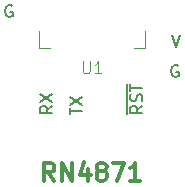
<source format=gto>
G04 #@! TF.GenerationSoftware,KiCad,Pcbnew,8.0.1*
G04 #@! TF.CreationDate,2024-08-02T19:33:06+01:00*
G04 #@! TF.ProjectId,rn4871_interposer,726e3438-3731-45f6-996e-746572706f73,rev?*
G04 #@! TF.SameCoordinates,Original*
G04 #@! TF.FileFunction,Legend,Top*
G04 #@! TF.FilePolarity,Positive*
%FSLAX46Y46*%
G04 Gerber Fmt 4.6, Leading zero omitted, Abs format (unit mm)*
G04 Created by KiCad (PCBNEW 8.0.1) date 2024-08-02 19:33:06*
%MOMM*%
%LPD*%
G01*
G04 APERTURE LIST*
%ADD10C,0.127000*%
%ADD11C,0.300000*%
%ADD12C,0.100000*%
%ADD13R,1.500000X0.700000*%
%ADD14R,0.700000X1.500000*%
%ADD15C,1.700000*%
%ADD16O,1.700000X1.700000*%
%ADD17R,1.700000X1.700000*%
G04 APERTURE END LIST*
D10*
X149053416Y-94343971D02*
X148569607Y-94682638D01*
X149053416Y-94924543D02*
X148037416Y-94924543D01*
X148037416Y-94924543D02*
X148037416Y-94537495D01*
X148037416Y-94537495D02*
X148085797Y-94440733D01*
X148085797Y-94440733D02*
X148134178Y-94392352D01*
X148134178Y-94392352D02*
X148230940Y-94343971D01*
X148230940Y-94343971D02*
X148376083Y-94343971D01*
X148376083Y-94343971D02*
X148472845Y-94392352D01*
X148472845Y-94392352D02*
X148521226Y-94440733D01*
X148521226Y-94440733D02*
X148569607Y-94537495D01*
X148569607Y-94537495D02*
X148569607Y-94924543D01*
X149005036Y-93956924D02*
X149053416Y-93811781D01*
X149053416Y-93811781D02*
X149053416Y-93569876D01*
X149053416Y-93569876D02*
X149005036Y-93473114D01*
X149005036Y-93473114D02*
X148956655Y-93424733D01*
X148956655Y-93424733D02*
X148859893Y-93376352D01*
X148859893Y-93376352D02*
X148763131Y-93376352D01*
X148763131Y-93376352D02*
X148666369Y-93424733D01*
X148666369Y-93424733D02*
X148617988Y-93473114D01*
X148617988Y-93473114D02*
X148569607Y-93569876D01*
X148569607Y-93569876D02*
X148521226Y-93763400D01*
X148521226Y-93763400D02*
X148472845Y-93860162D01*
X148472845Y-93860162D02*
X148424464Y-93908543D01*
X148424464Y-93908543D02*
X148327702Y-93956924D01*
X148327702Y-93956924D02*
X148230940Y-93956924D01*
X148230940Y-93956924D02*
X148134178Y-93908543D01*
X148134178Y-93908543D02*
X148085797Y-93860162D01*
X148085797Y-93860162D02*
X148037416Y-93763400D01*
X148037416Y-93763400D02*
X148037416Y-93521495D01*
X148037416Y-93521495D02*
X148085797Y-93376352D01*
X148037416Y-93086067D02*
X148037416Y-92505495D01*
X149053416Y-92795781D02*
X148037416Y-92795781D01*
X147755356Y-95064848D02*
X147755356Y-92510334D01*
X151542352Y-88347416D02*
X151881019Y-89363416D01*
X151881019Y-89363416D02*
X152219686Y-88347416D01*
X152074543Y-90935797D02*
X151977781Y-90887416D01*
X151977781Y-90887416D02*
X151832638Y-90887416D01*
X151832638Y-90887416D02*
X151687495Y-90935797D01*
X151687495Y-90935797D02*
X151590733Y-91032559D01*
X151590733Y-91032559D02*
X151542352Y-91129321D01*
X151542352Y-91129321D02*
X151493971Y-91322845D01*
X151493971Y-91322845D02*
X151493971Y-91467988D01*
X151493971Y-91467988D02*
X151542352Y-91661512D01*
X151542352Y-91661512D02*
X151590733Y-91758274D01*
X151590733Y-91758274D02*
X151687495Y-91855036D01*
X151687495Y-91855036D02*
X151832638Y-91903416D01*
X151832638Y-91903416D02*
X151929400Y-91903416D01*
X151929400Y-91903416D02*
X152074543Y-91855036D01*
X152074543Y-91855036D02*
X152122924Y-91806655D01*
X152122924Y-91806655D02*
X152122924Y-91467988D01*
X152122924Y-91467988D02*
X151929400Y-91467988D01*
X142957416Y-95069686D02*
X142957416Y-94489114D01*
X143973416Y-94779400D02*
X142957416Y-94779400D01*
X142957416Y-94247210D02*
X143973416Y-93569876D01*
X142957416Y-93569876D02*
X143973416Y-94247210D01*
X141433416Y-94343971D02*
X140949607Y-94682638D01*
X141433416Y-94924543D02*
X140417416Y-94924543D01*
X140417416Y-94924543D02*
X140417416Y-94537495D01*
X140417416Y-94537495D02*
X140465797Y-94440733D01*
X140465797Y-94440733D02*
X140514178Y-94392352D01*
X140514178Y-94392352D02*
X140610940Y-94343971D01*
X140610940Y-94343971D02*
X140756083Y-94343971D01*
X140756083Y-94343971D02*
X140852845Y-94392352D01*
X140852845Y-94392352D02*
X140901226Y-94440733D01*
X140901226Y-94440733D02*
X140949607Y-94537495D01*
X140949607Y-94537495D02*
X140949607Y-94924543D01*
X140417416Y-94005305D02*
X141433416Y-93327971D01*
X140417416Y-93327971D02*
X141433416Y-94005305D01*
X138017647Y-85855797D02*
X137920885Y-85807416D01*
X137920885Y-85807416D02*
X137775742Y-85807416D01*
X137775742Y-85807416D02*
X137630599Y-85855797D01*
X137630599Y-85855797D02*
X137533837Y-85952559D01*
X137533837Y-85952559D02*
X137485456Y-86049321D01*
X137485456Y-86049321D02*
X137437075Y-86242845D01*
X137437075Y-86242845D02*
X137437075Y-86387988D01*
X137437075Y-86387988D02*
X137485456Y-86581512D01*
X137485456Y-86581512D02*
X137533837Y-86678274D01*
X137533837Y-86678274D02*
X137630599Y-86775036D01*
X137630599Y-86775036D02*
X137775742Y-86823416D01*
X137775742Y-86823416D02*
X137872504Y-86823416D01*
X137872504Y-86823416D02*
X138017647Y-86775036D01*
X138017647Y-86775036D02*
X138066028Y-86726655D01*
X138066028Y-86726655D02*
X138066028Y-86387988D01*
X138066028Y-86387988D02*
X137872504Y-86387988D01*
D11*
X141601429Y-100690828D02*
X141101429Y-99976542D01*
X140744286Y-100690828D02*
X140744286Y-99190828D01*
X140744286Y-99190828D02*
X141315715Y-99190828D01*
X141315715Y-99190828D02*
X141458572Y-99262257D01*
X141458572Y-99262257D02*
X141530001Y-99333685D01*
X141530001Y-99333685D02*
X141601429Y-99476542D01*
X141601429Y-99476542D02*
X141601429Y-99690828D01*
X141601429Y-99690828D02*
X141530001Y-99833685D01*
X141530001Y-99833685D02*
X141458572Y-99905114D01*
X141458572Y-99905114D02*
X141315715Y-99976542D01*
X141315715Y-99976542D02*
X140744286Y-99976542D01*
X142244286Y-100690828D02*
X142244286Y-99190828D01*
X142244286Y-99190828D02*
X143101429Y-100690828D01*
X143101429Y-100690828D02*
X143101429Y-99190828D01*
X144458573Y-99690828D02*
X144458573Y-100690828D01*
X144101430Y-99119400D02*
X143744287Y-100190828D01*
X143744287Y-100190828D02*
X144672858Y-100190828D01*
X145458572Y-99833685D02*
X145315715Y-99762257D01*
X145315715Y-99762257D02*
X145244286Y-99690828D01*
X145244286Y-99690828D02*
X145172858Y-99547971D01*
X145172858Y-99547971D02*
X145172858Y-99476542D01*
X145172858Y-99476542D02*
X145244286Y-99333685D01*
X145244286Y-99333685D02*
X145315715Y-99262257D01*
X145315715Y-99262257D02*
X145458572Y-99190828D01*
X145458572Y-99190828D02*
X145744286Y-99190828D01*
X145744286Y-99190828D02*
X145887144Y-99262257D01*
X145887144Y-99262257D02*
X145958572Y-99333685D01*
X145958572Y-99333685D02*
X146030001Y-99476542D01*
X146030001Y-99476542D02*
X146030001Y-99547971D01*
X146030001Y-99547971D02*
X145958572Y-99690828D01*
X145958572Y-99690828D02*
X145887144Y-99762257D01*
X145887144Y-99762257D02*
X145744286Y-99833685D01*
X145744286Y-99833685D02*
X145458572Y-99833685D01*
X145458572Y-99833685D02*
X145315715Y-99905114D01*
X145315715Y-99905114D02*
X145244286Y-99976542D01*
X145244286Y-99976542D02*
X145172858Y-100119400D01*
X145172858Y-100119400D02*
X145172858Y-100405114D01*
X145172858Y-100405114D02*
X145244286Y-100547971D01*
X145244286Y-100547971D02*
X145315715Y-100619400D01*
X145315715Y-100619400D02*
X145458572Y-100690828D01*
X145458572Y-100690828D02*
X145744286Y-100690828D01*
X145744286Y-100690828D02*
X145887144Y-100619400D01*
X145887144Y-100619400D02*
X145958572Y-100547971D01*
X145958572Y-100547971D02*
X146030001Y-100405114D01*
X146030001Y-100405114D02*
X146030001Y-100119400D01*
X146030001Y-100119400D02*
X145958572Y-99976542D01*
X145958572Y-99976542D02*
X145887144Y-99905114D01*
X145887144Y-99905114D02*
X145744286Y-99833685D01*
X146530000Y-99190828D02*
X147530000Y-99190828D01*
X147530000Y-99190828D02*
X146887143Y-100690828D01*
X148887143Y-100690828D02*
X148030000Y-100690828D01*
X148458571Y-100690828D02*
X148458571Y-99190828D01*
X148458571Y-99190828D02*
X148315714Y-99405114D01*
X148315714Y-99405114D02*
X148172857Y-99547971D01*
X148172857Y-99547971D02*
X148030000Y-99619400D01*
D12*
X144018095Y-90579919D02*
X144018095Y-91389442D01*
X144018095Y-91389442D02*
X144065714Y-91484680D01*
X144065714Y-91484680D02*
X144113333Y-91532300D01*
X144113333Y-91532300D02*
X144208571Y-91579919D01*
X144208571Y-91579919D02*
X144399047Y-91579919D01*
X144399047Y-91579919D02*
X144494285Y-91532300D01*
X144494285Y-91532300D02*
X144541904Y-91484680D01*
X144541904Y-91484680D02*
X144589523Y-91389442D01*
X144589523Y-91389442D02*
X144589523Y-90579919D01*
X145589523Y-91579919D02*
X145018095Y-91579919D01*
X145303809Y-91579919D02*
X145303809Y-90579919D01*
X145303809Y-90579919D02*
X145208571Y-90722776D01*
X145208571Y-90722776D02*
X145113333Y-90818014D01*
X145113333Y-90818014D02*
X145018095Y-90865633D01*
X140280000Y-87985600D02*
X140280000Y-89417600D01*
X141224000Y-89417600D02*
X140280000Y-89417600D01*
X149280000Y-87985600D02*
X149280000Y-89417600D01*
X149280000Y-89417600D02*
X148336000Y-89417600D01*
%LPC*%
D13*
X140380000Y-82717600D03*
X140380000Y-83917600D03*
X140380000Y-85117600D03*
X140380000Y-86317600D03*
X140380000Y-87517600D03*
D14*
X141780000Y-89317600D03*
X142980000Y-89317600D03*
X144180000Y-89317600D03*
X145380000Y-89317600D03*
X146580000Y-89317600D03*
X147780000Y-89317600D03*
D13*
X149180000Y-87517600D03*
X149180000Y-86317600D03*
X149180000Y-85117600D03*
X149180000Y-83917600D03*
X149180000Y-82717600D03*
D15*
X138430000Y-96520000D03*
D16*
X140970000Y-96520000D03*
X143510000Y-96520000D03*
X146050000Y-96520000D03*
X148590000Y-96520000D03*
X151130000Y-96520000D03*
D15*
X153670000Y-101600000D03*
D16*
X153670000Y-99060000D03*
X153670000Y-96520000D03*
X153670000Y-93980000D03*
X153670000Y-91440000D03*
X153670000Y-88900000D03*
X153670000Y-86360000D03*
X153670000Y-83820000D03*
D17*
X135890000Y-83820000D03*
D16*
X135890000Y-86360000D03*
X135890000Y-88900000D03*
X135890000Y-91440000D03*
X135890000Y-93980000D03*
X135890000Y-96520000D03*
X135890000Y-99060000D03*
X135890000Y-101600000D03*
%LPD*%
M02*

</source>
